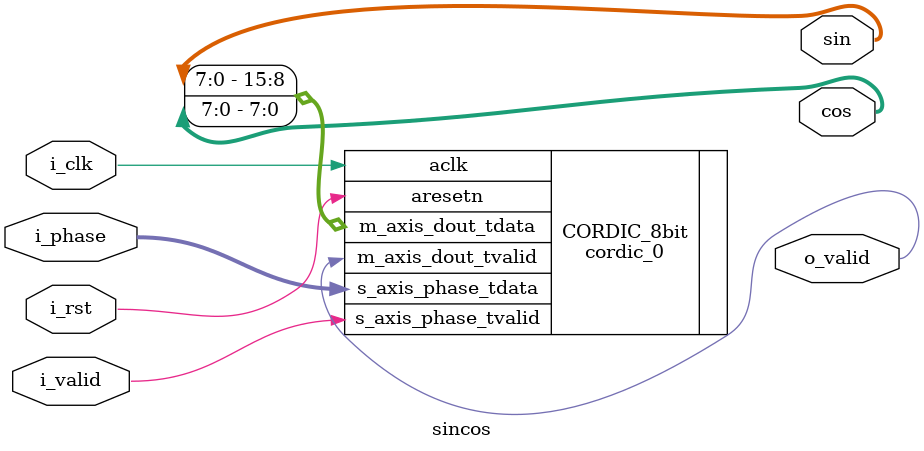
<source format=v>
`timescale 1ns / 1ps


module sincos 
#(  
    parameter PW=8, // phase width
    parameter OW=8  // output width
)
(
    input wire              i_clk,      // clock
    input wire              i_valid,    // high when phase input is valid
    input wire              i_rst,      // asynch reset for CORDIC IP
    input wire [(PW-1):0]   i_phase,    // input to CORDIC, radians -> 1.2.5

    output wire [(OW-1):0]  sin,        // sin(i_phase) -> 1.1.6
    output wire [(OW-1):0]  cos,        // cos(i_phase) -> 1.1.6
    output wire             o_valid     // high when output is valid
);

    cordic_0 CORDIC_8bit (
        .aclk                   (i_clk),  
        .aresetn                (i_rst),                              
        .s_axis_phase_tvalid    (i_valid),  
        .s_axis_phase_tdata     (i_phase),
        .m_axis_dout_tvalid     (o_valid),  
        .m_axis_dout_tdata      ({sin,cos}) 
    );

endmodule

</source>
